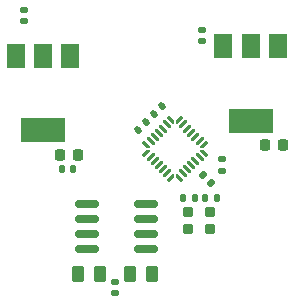
<source format=gtp>
G04 #@! TF.GenerationSoftware,KiCad,Pcbnew,(6.0.7)*
G04 #@! TF.CreationDate,2023-06-30T23:32:05-07:00*
G04 #@! TF.ProjectId,RFD900 Interface,52464439-3030-4204-996e-746572666163,rev?*
G04 #@! TF.SameCoordinates,Original*
G04 #@! TF.FileFunction,Paste,Top*
G04 #@! TF.FilePolarity,Positive*
%FSLAX46Y46*%
G04 Gerber Fmt 4.6, Leading zero omitted, Abs format (unit mm)*
G04 Created by KiCad (PCBNEW (6.0.7)) date 2023-06-30 23:32:05*
%MOMM*%
%LPD*%
G01*
G04 APERTURE LIST*
G04 Aperture macros list*
%AMRoundRect*
0 Rectangle with rounded corners*
0 $1 Rounding radius*
0 $2 $3 $4 $5 $6 $7 $8 $9 X,Y pos of 4 corners*
0 Add a 4 corners polygon primitive as box body*
4,1,4,$2,$3,$4,$5,$6,$7,$8,$9,$2,$3,0*
0 Add four circle primitives for the rounded corners*
1,1,$1+$1,$2,$3*
1,1,$1+$1,$4,$5*
1,1,$1+$1,$6,$7*
1,1,$1+$1,$8,$9*
0 Add four rect primitives between the rounded corners*
20,1,$1+$1,$2,$3,$4,$5,0*
20,1,$1+$1,$4,$5,$6,$7,0*
20,1,$1+$1,$6,$7,$8,$9,0*
20,1,$1+$1,$8,$9,$2,$3,0*%
%AMFreePoly0*
4,1,14,0.230680,0.111820,0.364320,-0.021821,0.377500,-0.053642,0.377500,-0.080000,0.364320,-0.111820,0.332500,-0.125000,-0.332500,-0.125000,-0.364320,-0.111820,-0.377500,-0.080000,-0.377500,0.080000,-0.364320,0.111820,-0.332500,0.125000,0.198860,0.125000,0.230680,0.111820,0.230680,0.111820,$1*%
%AMFreePoly1*
4,1,14,0.364320,0.111820,0.377500,0.080000,0.377501,0.053640,0.364318,0.021819,0.230680,-0.111820,0.198860,-0.125000,-0.332500,-0.125000,-0.364320,-0.111820,-0.377500,-0.080000,-0.377500,0.080000,-0.364320,0.111820,-0.332500,0.125000,0.332500,0.125000,0.364320,0.111820,0.364320,0.111820,$1*%
%AMFreePoly2*
4,1,15,0.053642,0.377500,0.080000,0.377500,0.111820,0.364320,0.125000,0.332500,0.125000,-0.332500,0.111820,-0.364320,0.080000,-0.377500,-0.080000,-0.377500,-0.111820,-0.364320,-0.125000,-0.332500,-0.125000,0.198860,-0.111820,0.230680,0.021820,0.364320,0.053640,0.377501,0.053642,0.377500,0.053642,0.377500,$1*%
%AMFreePoly3*
4,1,14,-0.021820,0.364320,0.111820,0.230679,0.125000,0.198858,0.125000,-0.332500,0.111820,-0.364320,0.080000,-0.377500,-0.080000,-0.377500,-0.111820,-0.364320,-0.125000,-0.332500,-0.125000,0.332500,-0.111820,0.364320,-0.080000,0.377500,-0.053640,0.377500,-0.021820,0.364320,-0.021820,0.364320,$1*%
%AMFreePoly4*
4,1,14,0.364320,0.111820,0.377500,0.080000,0.377500,-0.080000,0.364320,-0.111820,0.332500,-0.125000,-0.198860,-0.125001,-0.230681,-0.111818,-0.364320,0.021820,-0.377500,0.053640,-0.377500,0.080000,-0.364320,0.111820,-0.332500,0.125000,0.332500,0.125000,0.364320,0.111820,0.364320,0.111820,$1*%
%AMFreePoly5*
4,1,15,-0.198858,0.125000,0.332500,0.125000,0.364320,0.111820,0.377500,0.080000,0.377500,-0.080000,0.364320,-0.111820,0.332500,-0.125000,-0.332500,-0.125000,-0.364320,-0.111820,-0.377500,-0.080000,-0.377500,-0.053640,-0.364320,-0.021820,-0.230680,0.111820,-0.198860,0.125001,-0.198858,0.125000,-0.198858,0.125000,$1*%
%AMFreePoly6*
4,1,14,0.111820,0.364320,0.125000,0.332500,0.125001,-0.198860,0.111818,-0.230681,-0.021820,-0.364320,-0.053640,-0.377500,-0.080000,-0.377500,-0.111820,-0.364320,-0.125000,-0.332500,-0.125000,0.332500,-0.111820,0.364320,-0.080000,0.377500,0.080000,0.377500,0.111820,0.364320,0.111820,0.364320,$1*%
%AMFreePoly7*
4,1,14,0.111820,0.364320,0.125000,0.332500,0.125000,-0.332500,0.111820,-0.364320,0.080000,-0.377500,0.053640,-0.377501,0.021819,-0.364318,-0.111820,-0.230680,-0.125000,-0.198860,-0.125000,0.332500,-0.111820,0.364320,-0.080000,0.377500,0.080000,0.377500,0.111820,0.364320,0.111820,0.364320,$1*%
G04 Aperture macros list end*
%ADD10RoundRect,0.200000X0.250000X-0.200000X0.250000X0.200000X-0.250000X0.200000X-0.250000X-0.200000X0*%
%ADD11RoundRect,0.140000X-0.140000X-0.170000X0.140000X-0.170000X0.140000X0.170000X-0.140000X0.170000X0*%
%ADD12RoundRect,0.140000X-0.170000X0.140000X-0.170000X-0.140000X0.170000X-0.140000X0.170000X0.140000X0*%
%ADD13FreePoly0,135.000000*%
%ADD14RoundRect,0.062500X0.309359X-0.220971X-0.220971X0.309359X-0.309359X0.220971X0.220971X-0.309359X0*%
%ADD15FreePoly1,135.000000*%
%ADD16FreePoly2,135.000000*%
%ADD17RoundRect,0.062500X0.309359X0.220971X0.220971X0.309359X-0.309359X-0.220971X-0.220971X-0.309359X0*%
%ADD18FreePoly3,135.000000*%
%ADD19FreePoly4,135.000000*%
%ADD20FreePoly5,135.000000*%
%ADD21FreePoly6,135.000000*%
%ADD22FreePoly7,135.000000*%
%ADD23RoundRect,0.140000X0.021213X-0.219203X0.219203X-0.021213X-0.021213X0.219203X-0.219203X0.021213X0*%
%ADD24RoundRect,0.135000X-0.226274X-0.035355X-0.035355X-0.226274X0.226274X0.035355X0.035355X0.226274X0*%
%ADD25R,1.500000X2.000000*%
%ADD26R,3.800000X2.000000*%
%ADD27RoundRect,0.140000X-0.021213X0.219203X-0.219203X0.021213X0.021213X-0.219203X0.219203X-0.021213X0*%
%ADD28RoundRect,0.150000X0.825000X0.150000X-0.825000X0.150000X-0.825000X-0.150000X0.825000X-0.150000X0*%
%ADD29RoundRect,0.140000X0.170000X-0.140000X0.170000X0.140000X-0.170000X0.140000X-0.170000X-0.140000X0*%
%ADD30RoundRect,0.250000X-0.262500X-0.450000X0.262500X-0.450000X0.262500X0.450000X-0.262500X0.450000X0*%
%ADD31RoundRect,0.140000X0.140000X0.170000X-0.140000X0.170000X-0.140000X-0.170000X0.140000X-0.170000X0*%
%ADD32RoundRect,0.225000X-0.225000X-0.250000X0.225000X-0.250000X0.225000X0.250000X-0.225000X0.250000X0*%
G04 APERTURE END LIST*
D10*
X41900000Y-45500000D03*
X43750000Y-45500000D03*
X43750000Y-44050000D03*
X41900000Y-44050000D03*
D11*
X31195000Y-40450000D03*
X32155000Y-40450000D03*
D12*
X35700000Y-50000000D03*
X35700000Y-50960000D03*
D11*
X43345000Y-42850000D03*
X44305000Y-42850000D03*
D13*
X41126786Y-41198106D03*
D14*
X41437913Y-40802126D03*
X41791466Y-40448573D03*
X42145019Y-40095019D03*
X42498573Y-39741466D03*
X42852126Y-39387913D03*
D15*
X43248106Y-39076786D03*
D16*
X43248106Y-38373214D03*
D17*
X42852126Y-38062087D03*
X42498573Y-37708534D03*
X42145019Y-37354981D03*
X41791466Y-37001427D03*
X41437913Y-36647874D03*
D18*
X41126786Y-36251894D03*
D19*
X40423214Y-36251894D03*
D14*
X40112087Y-36647874D03*
X39758534Y-37001427D03*
X39404981Y-37354981D03*
X39051427Y-37708534D03*
X38697874Y-38062087D03*
D20*
X38301894Y-38373214D03*
D21*
X38301894Y-39076786D03*
D17*
X38697874Y-39387913D03*
X39051427Y-39741466D03*
X39404981Y-40095019D03*
X39758534Y-40448573D03*
X40112087Y-40802126D03*
D22*
X40423214Y-41198106D03*
D23*
X39010589Y-35739411D03*
X39689411Y-35060589D03*
D24*
X43114376Y-40914376D03*
X43835624Y-41635624D03*
D25*
X49475000Y-30025000D03*
X47175000Y-30025000D03*
D26*
X47175000Y-36325000D03*
D25*
X44875000Y-30025000D03*
D27*
X38339411Y-36410589D03*
X37660589Y-37089411D03*
D28*
X38275000Y-47205000D03*
X38275000Y-45935000D03*
X38275000Y-44665000D03*
X38275000Y-43395000D03*
X33325000Y-43395000D03*
X33325000Y-44665000D03*
X33325000Y-45935000D03*
X33325000Y-47205000D03*
D29*
X28000000Y-27930000D03*
X28000000Y-26970000D03*
D30*
X36987500Y-49330000D03*
X38812500Y-49330000D03*
D29*
X43025000Y-29580000D03*
X43025000Y-28620000D03*
D25*
X31900000Y-30850000D03*
D26*
X29600000Y-37150000D03*
D25*
X29600000Y-30850000D03*
X27300000Y-30850000D03*
D31*
X42430000Y-42850000D03*
X41470000Y-42850000D03*
D29*
X44725000Y-40555000D03*
X44725000Y-39595000D03*
D32*
X31025000Y-39225000D03*
X32575000Y-39225000D03*
D30*
X32587500Y-49305000D03*
X34412500Y-49305000D03*
D32*
X48400000Y-38400000D03*
X49950000Y-38400000D03*
M02*

</source>
